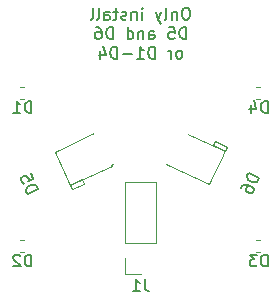
<source format=gbo>
G04 #@! TF.FileFunction,Legend,Bot*
%FSLAX46Y46*%
G04 Gerber Fmt 4.6, Leading zero omitted, Abs format (unit mm)*
G04 Created by KiCad (PCBNEW 4.0.7) date 09/06/18 00:22:22*
%MOMM*%
%LPD*%
G01*
G04 APERTURE LIST*
%ADD10C,0.100000*%
%ADD11C,0.150000*%
%ADD12C,0.120000*%
%ADD13R,1.200000X1.200000*%
%ADD14R,2.100000X2.100000*%
%ADD15O,2.100000X2.100000*%
%ADD16C,2.200000*%
%ADD17C,0.254000*%
G04 APERTURE END LIST*
D10*
D11*
X166928573Y-78802381D02*
X166738096Y-78802381D01*
X166642858Y-78850000D01*
X166547620Y-78945238D01*
X166500001Y-79135714D01*
X166500001Y-79469048D01*
X166547620Y-79659524D01*
X166642858Y-79754762D01*
X166738096Y-79802381D01*
X166928573Y-79802381D01*
X167023811Y-79754762D01*
X167119049Y-79659524D01*
X167166668Y-79469048D01*
X167166668Y-79135714D01*
X167119049Y-78945238D01*
X167023811Y-78850000D01*
X166928573Y-78802381D01*
X166071430Y-79135714D02*
X166071430Y-79802381D01*
X166071430Y-79230952D02*
X166023811Y-79183333D01*
X165928573Y-79135714D01*
X165785715Y-79135714D01*
X165690477Y-79183333D01*
X165642858Y-79278571D01*
X165642858Y-79802381D01*
X165023811Y-79802381D02*
X165119049Y-79754762D01*
X165166668Y-79659524D01*
X165166668Y-78802381D01*
X164738096Y-79135714D02*
X164500001Y-79802381D01*
X164261905Y-79135714D02*
X164500001Y-79802381D01*
X164595239Y-80040476D01*
X164642858Y-80088095D01*
X164738096Y-80135714D01*
X163119048Y-79802381D02*
X163119048Y-79135714D01*
X163119048Y-78802381D02*
X163166667Y-78850000D01*
X163119048Y-78897619D01*
X163071429Y-78850000D01*
X163119048Y-78802381D01*
X163119048Y-78897619D01*
X162642858Y-79135714D02*
X162642858Y-79802381D01*
X162642858Y-79230952D02*
X162595239Y-79183333D01*
X162500001Y-79135714D01*
X162357143Y-79135714D01*
X162261905Y-79183333D01*
X162214286Y-79278571D01*
X162214286Y-79802381D01*
X161785715Y-79754762D02*
X161690477Y-79802381D01*
X161500001Y-79802381D01*
X161404762Y-79754762D01*
X161357143Y-79659524D01*
X161357143Y-79611905D01*
X161404762Y-79516667D01*
X161500001Y-79469048D01*
X161642858Y-79469048D01*
X161738096Y-79421429D01*
X161785715Y-79326190D01*
X161785715Y-79278571D01*
X161738096Y-79183333D01*
X161642858Y-79135714D01*
X161500001Y-79135714D01*
X161404762Y-79183333D01*
X161071429Y-79135714D02*
X160690477Y-79135714D01*
X160928572Y-78802381D02*
X160928572Y-79659524D01*
X160880953Y-79754762D01*
X160785715Y-79802381D01*
X160690477Y-79802381D01*
X159928571Y-79802381D02*
X159928571Y-79278571D01*
X159976190Y-79183333D01*
X160071428Y-79135714D01*
X160261905Y-79135714D01*
X160357143Y-79183333D01*
X159928571Y-79754762D02*
X160023809Y-79802381D01*
X160261905Y-79802381D01*
X160357143Y-79754762D01*
X160404762Y-79659524D01*
X160404762Y-79564286D01*
X160357143Y-79469048D01*
X160261905Y-79421429D01*
X160023809Y-79421429D01*
X159928571Y-79373810D01*
X159309524Y-79802381D02*
X159404762Y-79754762D01*
X159452381Y-79659524D01*
X159452381Y-78802381D01*
X158785714Y-79802381D02*
X158880952Y-79754762D01*
X158928571Y-79659524D01*
X158928571Y-78802381D01*
X166833334Y-81452381D02*
X166833334Y-80452381D01*
X166595239Y-80452381D01*
X166452381Y-80500000D01*
X166357143Y-80595238D01*
X166309524Y-80690476D01*
X166261905Y-80880952D01*
X166261905Y-81023810D01*
X166309524Y-81214286D01*
X166357143Y-81309524D01*
X166452381Y-81404762D01*
X166595239Y-81452381D01*
X166833334Y-81452381D01*
X165357143Y-80452381D02*
X165833334Y-80452381D01*
X165880953Y-80928571D01*
X165833334Y-80880952D01*
X165738096Y-80833333D01*
X165500000Y-80833333D01*
X165404762Y-80880952D01*
X165357143Y-80928571D01*
X165309524Y-81023810D01*
X165309524Y-81261905D01*
X165357143Y-81357143D01*
X165404762Y-81404762D01*
X165500000Y-81452381D01*
X165738096Y-81452381D01*
X165833334Y-81404762D01*
X165880953Y-81357143D01*
X163690476Y-81452381D02*
X163690476Y-80928571D01*
X163738095Y-80833333D01*
X163833333Y-80785714D01*
X164023810Y-80785714D01*
X164119048Y-80833333D01*
X163690476Y-81404762D02*
X163785714Y-81452381D01*
X164023810Y-81452381D01*
X164119048Y-81404762D01*
X164166667Y-81309524D01*
X164166667Y-81214286D01*
X164119048Y-81119048D01*
X164023810Y-81071429D01*
X163785714Y-81071429D01*
X163690476Y-81023810D01*
X163214286Y-80785714D02*
X163214286Y-81452381D01*
X163214286Y-80880952D02*
X163166667Y-80833333D01*
X163071429Y-80785714D01*
X162928571Y-80785714D01*
X162833333Y-80833333D01*
X162785714Y-80928571D01*
X162785714Y-81452381D01*
X161880952Y-81452381D02*
X161880952Y-80452381D01*
X161880952Y-81404762D02*
X161976190Y-81452381D01*
X162166667Y-81452381D01*
X162261905Y-81404762D01*
X162309524Y-81357143D01*
X162357143Y-81261905D01*
X162357143Y-80976190D01*
X162309524Y-80880952D01*
X162261905Y-80833333D01*
X162166667Y-80785714D01*
X161976190Y-80785714D01*
X161880952Y-80833333D01*
X160642857Y-81452381D02*
X160642857Y-80452381D01*
X160404762Y-80452381D01*
X160261904Y-80500000D01*
X160166666Y-80595238D01*
X160119047Y-80690476D01*
X160071428Y-80880952D01*
X160071428Y-81023810D01*
X160119047Y-81214286D01*
X160166666Y-81309524D01*
X160261904Y-81404762D01*
X160404762Y-81452381D01*
X160642857Y-81452381D01*
X159214285Y-80452381D02*
X159404762Y-80452381D01*
X159500000Y-80500000D01*
X159547619Y-80547619D01*
X159642857Y-80690476D01*
X159690476Y-80880952D01*
X159690476Y-81261905D01*
X159642857Y-81357143D01*
X159595238Y-81404762D01*
X159500000Y-81452381D01*
X159309523Y-81452381D01*
X159214285Y-81404762D01*
X159166666Y-81357143D01*
X159119047Y-81261905D01*
X159119047Y-81023810D01*
X159166666Y-80928571D01*
X159214285Y-80880952D01*
X159309523Y-80833333D01*
X159500000Y-80833333D01*
X159595238Y-80880952D01*
X159642857Y-80928571D01*
X159690476Y-81023810D01*
X166333334Y-83102381D02*
X166428572Y-83054762D01*
X166476191Y-83007143D01*
X166523810Y-82911905D01*
X166523810Y-82626190D01*
X166476191Y-82530952D01*
X166428572Y-82483333D01*
X166333334Y-82435714D01*
X166190476Y-82435714D01*
X166095238Y-82483333D01*
X166047619Y-82530952D01*
X166000000Y-82626190D01*
X166000000Y-82911905D01*
X166047619Y-83007143D01*
X166095238Y-83054762D01*
X166190476Y-83102381D01*
X166333334Y-83102381D01*
X165571429Y-83102381D02*
X165571429Y-82435714D01*
X165571429Y-82626190D02*
X165523810Y-82530952D01*
X165476191Y-82483333D01*
X165380953Y-82435714D01*
X165285714Y-82435714D01*
X164190476Y-83102381D02*
X164190476Y-82102381D01*
X163952381Y-82102381D01*
X163809523Y-82150000D01*
X163714285Y-82245238D01*
X163666666Y-82340476D01*
X163619047Y-82530952D01*
X163619047Y-82673810D01*
X163666666Y-82864286D01*
X163714285Y-82959524D01*
X163809523Y-83054762D01*
X163952381Y-83102381D01*
X164190476Y-83102381D01*
X162666666Y-83102381D02*
X163238095Y-83102381D01*
X162952381Y-83102381D02*
X162952381Y-82102381D01*
X163047619Y-82245238D01*
X163142857Y-82340476D01*
X163238095Y-82388095D01*
X162238095Y-82721429D02*
X161476190Y-82721429D01*
X161000000Y-83102381D02*
X161000000Y-82102381D01*
X160761905Y-82102381D01*
X160619047Y-82150000D01*
X160523809Y-82245238D01*
X160476190Y-82340476D01*
X160428571Y-82530952D01*
X160428571Y-82673810D01*
X160476190Y-82864286D01*
X160523809Y-82959524D01*
X160619047Y-83054762D01*
X160761905Y-83102381D01*
X161000000Y-83102381D01*
X159571428Y-82435714D02*
X159571428Y-83102381D01*
X159809524Y-82054762D02*
X160047619Y-82769048D01*
X159428571Y-82769048D01*
D12*
X151700000Y-86500000D02*
X151700000Y-85500000D01*
X151700000Y-85500000D02*
X153800000Y-85500000D01*
X151700000Y-86500000D02*
X153800000Y-86500000D01*
X151700000Y-99500000D02*
X151700000Y-98500000D01*
X151700000Y-98500000D02*
X153800000Y-98500000D01*
X151700000Y-99500000D02*
X153800000Y-99500000D01*
X171700000Y-99500000D02*
X171700000Y-98500000D01*
X171700000Y-98500000D02*
X173800000Y-98500000D01*
X171700000Y-99500000D02*
X173800000Y-99500000D01*
X171700000Y-86500000D02*
X171700000Y-85500000D01*
X171700000Y-85500000D02*
X173800000Y-85500000D01*
X171700000Y-86500000D02*
X173800000Y-86500000D01*
X161670000Y-93590000D02*
X164330000Y-93590000D01*
X161670000Y-98730000D02*
X161670000Y-93590000D01*
X164330000Y-98730000D02*
X164330000Y-93590000D01*
X161670000Y-98730000D02*
X164330000Y-98730000D01*
X161670000Y-100000000D02*
X161670000Y-101330000D01*
X161670000Y-101330000D02*
X163000000Y-101330000D01*
X160540991Y-92172176D02*
G75*
G03X159222421Y-89344496I-659285J1413840D01*
G01*
X155724073Y-90975803D02*
X159222421Y-89344496D01*
X157042642Y-93803483D02*
X160540990Y-92172176D01*
X155724073Y-90975803D02*
X157042642Y-93803483D01*
X157211689Y-94166006D02*
X158226754Y-93692674D01*
X158226754Y-93692674D02*
X158057707Y-93330150D01*
X158057707Y-93330150D02*
X157042642Y-93803483D01*
X157042642Y-93803483D02*
X157211689Y-94166006D01*
X155728812Y-91293572D02*
X155846632Y-91238632D01*
X155846632Y-91238632D02*
X155846632Y-91238632D01*
X155846632Y-91238632D02*
X155728812Y-91293572D01*
X155728812Y-91293572D02*
X155728812Y-91293572D01*
X156802263Y-93595594D02*
X156920083Y-93540654D01*
X156920083Y-93540654D02*
X156920083Y-93540654D01*
X156920083Y-93540654D02*
X156802263Y-93595594D01*
X156802263Y-93595594D02*
X156802263Y-93595594D01*
X166601030Y-89292475D02*
G75*
G03X165282460Y-92120155I-659285J-1413840D01*
G01*
X168780808Y-93751461D02*
X165282460Y-92120155D01*
X170099377Y-90923781D02*
X166601029Y-89292474D01*
X168780808Y-93751461D02*
X170099377Y-90923781D01*
X170268425Y-90561258D02*
X169253360Y-90087925D01*
X169253360Y-90087925D02*
X169084313Y-90450448D01*
X169084313Y-90450448D02*
X170099377Y-90923781D01*
X170099377Y-90923781D02*
X170268425Y-90561258D01*
X169021188Y-93543572D02*
X168903368Y-93488632D01*
X168903368Y-93488632D02*
X168903368Y-93488632D01*
X168903368Y-93488632D02*
X169021188Y-93543572D01*
X169021188Y-93543572D02*
X169021188Y-93543572D01*
X170094638Y-91241550D02*
X169976818Y-91186610D01*
X169976818Y-91186610D02*
X169976818Y-91186610D01*
X169976818Y-91186610D02*
X170094638Y-91241550D01*
X170094638Y-91241550D02*
X170094638Y-91241550D01*
D11*
X153738095Y-87702381D02*
X153738095Y-86702381D01*
X153500000Y-86702381D01*
X153357142Y-86750000D01*
X153261904Y-86845238D01*
X153214285Y-86940476D01*
X153166666Y-87130952D01*
X153166666Y-87273810D01*
X153214285Y-87464286D01*
X153261904Y-87559524D01*
X153357142Y-87654762D01*
X153500000Y-87702381D01*
X153738095Y-87702381D01*
X152214285Y-87702381D02*
X152785714Y-87702381D01*
X152500000Y-87702381D02*
X152500000Y-86702381D01*
X152595238Y-86845238D01*
X152690476Y-86940476D01*
X152785714Y-86988095D01*
X153738095Y-100702381D02*
X153738095Y-99702381D01*
X153500000Y-99702381D01*
X153357142Y-99750000D01*
X153261904Y-99845238D01*
X153214285Y-99940476D01*
X153166666Y-100130952D01*
X153166666Y-100273810D01*
X153214285Y-100464286D01*
X153261904Y-100559524D01*
X153357142Y-100654762D01*
X153500000Y-100702381D01*
X153738095Y-100702381D01*
X152785714Y-99797619D02*
X152738095Y-99750000D01*
X152642857Y-99702381D01*
X152404761Y-99702381D01*
X152309523Y-99750000D01*
X152261904Y-99797619D01*
X152214285Y-99892857D01*
X152214285Y-99988095D01*
X152261904Y-100130952D01*
X152833333Y-100702381D01*
X152214285Y-100702381D01*
X173738095Y-100702381D02*
X173738095Y-99702381D01*
X173500000Y-99702381D01*
X173357142Y-99750000D01*
X173261904Y-99845238D01*
X173214285Y-99940476D01*
X173166666Y-100130952D01*
X173166666Y-100273810D01*
X173214285Y-100464286D01*
X173261904Y-100559524D01*
X173357142Y-100654762D01*
X173500000Y-100702381D01*
X173738095Y-100702381D01*
X172833333Y-99702381D02*
X172214285Y-99702381D01*
X172547619Y-100083333D01*
X172404761Y-100083333D01*
X172309523Y-100130952D01*
X172261904Y-100178571D01*
X172214285Y-100273810D01*
X172214285Y-100511905D01*
X172261904Y-100607143D01*
X172309523Y-100654762D01*
X172404761Y-100702381D01*
X172690476Y-100702381D01*
X172785714Y-100654762D01*
X172833333Y-100607143D01*
X173738095Y-87702381D02*
X173738095Y-86702381D01*
X173500000Y-86702381D01*
X173357142Y-86750000D01*
X173261904Y-86845238D01*
X173214285Y-86940476D01*
X173166666Y-87130952D01*
X173166666Y-87273810D01*
X173214285Y-87464286D01*
X173261904Y-87559524D01*
X173357142Y-87654762D01*
X173500000Y-87702381D01*
X173738095Y-87702381D01*
X172309523Y-87035714D02*
X172309523Y-87702381D01*
X172547619Y-86654762D02*
X172785714Y-87369048D01*
X172166666Y-87369048D01*
X163333333Y-101782381D02*
X163333333Y-102496667D01*
X163380953Y-102639524D01*
X163476191Y-102734762D01*
X163619048Y-102782381D01*
X163714286Y-102782381D01*
X162333333Y-102782381D02*
X162904762Y-102782381D01*
X162619048Y-102782381D02*
X162619048Y-101782381D01*
X162714286Y-101925238D01*
X162809524Y-102020476D01*
X162904762Y-102068095D01*
X153412298Y-94589469D02*
X154318606Y-94166850D01*
X154217982Y-93951063D01*
X154114451Y-93841714D01*
X153987886Y-93795649D01*
X153881447Y-93792741D01*
X153688692Y-93830082D01*
X153559219Y-93890456D01*
X153406714Y-94014112D01*
X153340523Y-94097519D01*
X153294458Y-94224083D01*
X153311675Y-94373681D01*
X153412298Y-94589469D01*
X153694741Y-92828967D02*
X153895988Y-93260543D01*
X153484537Y-93504947D01*
X153507570Y-93441665D01*
X153510478Y-93335225D01*
X153409855Y-93119437D01*
X153326448Y-93053246D01*
X153263166Y-93030214D01*
X153156725Y-93027306D01*
X152940938Y-93127929D01*
X152874748Y-93211336D01*
X152851715Y-93274618D01*
X152848807Y-93381058D01*
X152949430Y-93596846D01*
X153032837Y-93663036D01*
X153096119Y-93686069D01*
X173035017Y-93199564D02*
X172128709Y-92776946D01*
X172028086Y-92992733D01*
X172010869Y-93142331D01*
X172056934Y-93268896D01*
X172123125Y-93352302D01*
X172275630Y-93475958D01*
X172405103Y-93536333D01*
X172597858Y-93573674D01*
X172704297Y-93570766D01*
X172830862Y-93524700D01*
X172934394Y-93415352D01*
X173035017Y-93199564D01*
X171524968Y-94071672D02*
X171605468Y-93899041D01*
X171688874Y-93832851D01*
X171752156Y-93809818D01*
X171921878Y-93783877D01*
X172114633Y-93821218D01*
X172459893Y-93982216D01*
X172526084Y-94065623D01*
X172549116Y-94128905D01*
X172552025Y-94235344D01*
X172471526Y-94407975D01*
X172388119Y-94474165D01*
X172324837Y-94497198D01*
X172218397Y-94500106D01*
X172002610Y-94399483D01*
X171936418Y-94316076D01*
X171913386Y-94252794D01*
X171910478Y-94146354D01*
X171990977Y-93973723D01*
X172074383Y-93907533D01*
X172137666Y-93884500D01*
X172244106Y-93881593D01*
%LPC*%
D13*
X153800000Y-86000000D03*
X152200000Y-86000000D03*
X153800000Y-99000000D03*
X152200000Y-99000000D03*
X173800000Y-99000000D03*
X172200000Y-99000000D03*
X173800000Y-86000000D03*
X172200000Y-86000000D03*
D14*
X163000000Y-100000000D03*
D15*
X163000000Y-97460000D03*
X163000000Y-94920000D03*
D10*
G36*
X153288181Y-91217942D02*
X155282058Y-90288181D01*
X156211819Y-92282058D01*
X154217942Y-93211819D01*
X153288181Y-91217942D01*
X153288181Y-91217942D01*
G37*
D16*
X155823450Y-94052022D03*
D10*
G36*
X170532058Y-95461819D02*
X168538181Y-94532058D01*
X169467942Y-92538181D01*
X171461819Y-93467942D01*
X170532058Y-95461819D01*
X170532058Y-95461819D01*
G37*
D16*
X171073450Y-91697978D03*
D17*
G36*
X166873000Y-91873000D02*
X159127000Y-91873000D01*
X159127000Y-84127000D01*
X166873000Y-84127000D01*
X166873000Y-91873000D01*
X166873000Y-91873000D01*
G37*
X166873000Y-91873000D02*
X159127000Y-91873000D01*
X159127000Y-84127000D01*
X166873000Y-84127000D01*
X166873000Y-91873000D01*
M02*

</source>
